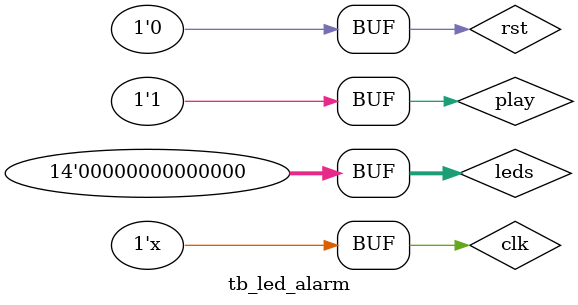
<source format=sv>
`timescale 1ns / 1ps

module tb_led_alarm();
    logic clk,rst,play;
    logic [13:0] leds;

    initial begin
        clk = 1'b0;
        rst = 1'b0;
        play  = 1'b0;
        leds[13:0] = 14'd0;
    end

    always 
        #1 clk = ~ clk;
    
    always begin
        #1
        #10 play = 1'b1;
    end
    
    led_alarm #(
        .ALARM_TIME(500),
        .BLINK_TIME(12),
        .PATTERN_TIME(48)
    ) led_inst(
        .clk(clk),
        .rst(rst),
        .start(play),
        .LED(leds[13:0])
    );


endmodule
</source>
